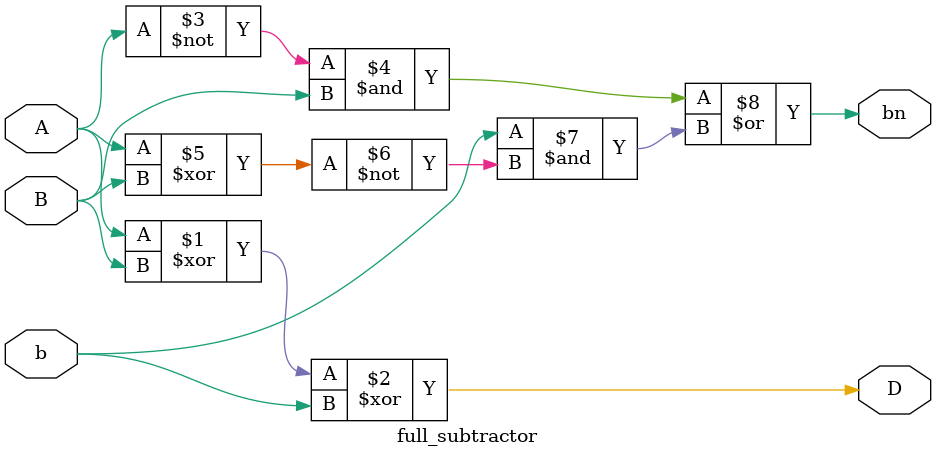
<source format=v>
`timescale 1ns / 1ps

//////////////////////////////////////////////////////////////////////////////////


module full_subtractor(
input A,
input B,
input b,
output bn,
output D
    );
    assign D=(A^B)^b;
    assign bn=((~A)&B)|(b&(~(A^B)));
endmodule

</source>
